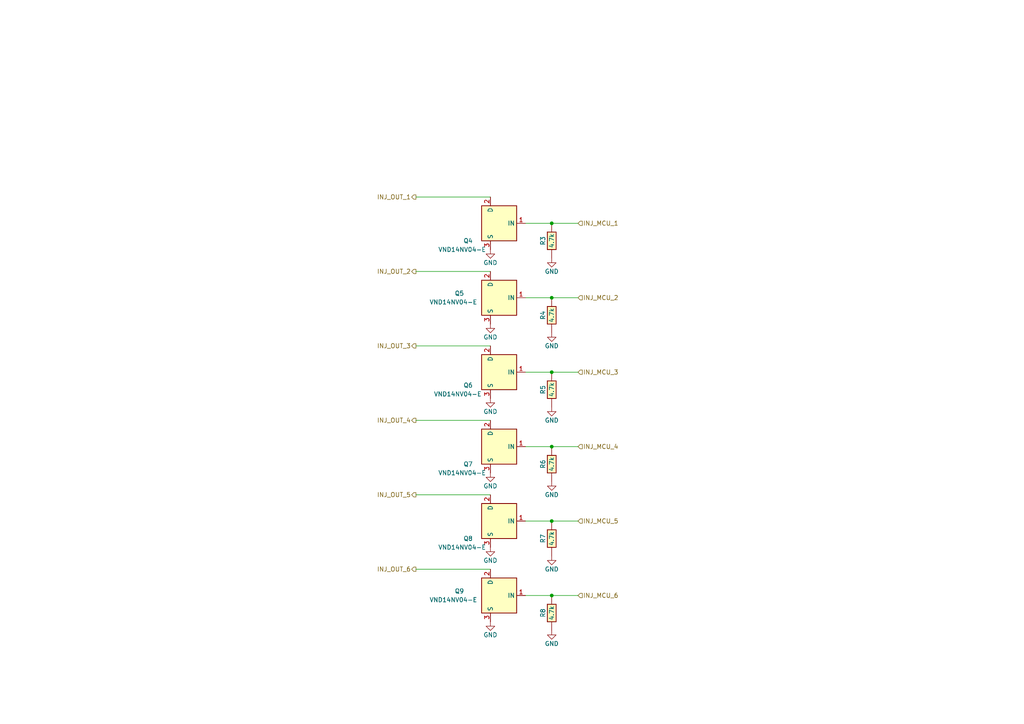
<source format=kicad_sch>
(kicad_sch
	(version 20231120)
	(generator "eeschema")
	(generator_version "8.0")
	(uuid "8de46b3e-57a9-4eea-992b-3b59748c130d")
	(paper "A4")
	(lib_symbols
		(symbol "Power_Management:AUIPS2041L"
			(exclude_from_sim no)
			(in_bom yes)
			(on_board yes)
			(property "Reference" "U"
				(at 3.81 1.27 0)
				(effects
					(font
						(size 1.27 1.27)
					)
					(justify left)
				)
			)
			(property "Value" "AUIPS2041L"
				(at 3.81 -1.27 0)
				(effects
					(font
						(size 1.27 1.27)
					)
					(justify left)
				)
			)
			(property "Footprint" "Package_TO_SOT_SMD:SOT-223-3_TabPin2"
				(at 0 0 0)
				(effects
					(font
						(size 1.27 1.27)
						(italic yes)
					)
					(hide yes)
				)
			)
			(property "Datasheet" "https://www.infineon.com/dgdl/Infineon-AUIPS2041-DS-v01_00-EN.pdf?fileId=5546d4625a888733015aae147a9d4c57"
				(at 0 0 0)
				(effects
					(font
						(size 1.27 1.27)
					)
					(hide yes)
				)
			)
			(property "Description" "Intelligent Power Low Side Switch, 68V, 5A, SOT-223"
				(at 0 0 0)
				(effects
					(font
						(size 1.27 1.27)
					)
					(hide yes)
				)
			)
			(property "ki_keywords" "low side switch"
				(at 0 0 0)
				(effects
					(font
						(size 1.27 1.27)
					)
					(hide yes)
				)
			)
			(property "ki_fp_filters" "SOT?223*"
				(at 0 0 0)
				(effects
					(font
						(size 1.27 1.27)
					)
					(hide yes)
				)
			)
			(symbol "AUIPS2041L_0_1"
				(rectangle
					(start -7.62 5.08)
					(end 2.54 -5.08)
					(stroke
						(width 0.254)
						(type default)
					)
					(fill
						(type background)
					)
				)
			)
			(symbol "AUIPS2041L_1_1"
				(pin input line
					(at -10.16 0 0)
					(length 2.54)
					(name "IN"
						(effects
							(font
								(size 1.27 1.27)
							)
						)
					)
					(number "1"
						(effects
							(font
								(size 1.27 1.27)
							)
						)
					)
				)
				(pin passive line
					(at 0 7.62 270)
					(length 2.54)
					(name "D"
						(effects
							(font
								(size 1.27 1.27)
							)
						)
					)
					(number "2"
						(effects
							(font
								(size 1.27 1.27)
							)
						)
					)
				)
				(pin power_in line
					(at 0 -7.62 90)
					(length 2.54)
					(name "S"
						(effects
							(font
								(size 1.27 1.27)
							)
						)
					)
					(number "3"
						(effects
							(font
								(size 1.27 1.27)
							)
						)
					)
				)
			)
		)
		(symbol "hellen-one-common:Res"
			(pin_numbers hide)
			(exclude_from_sim no)
			(in_bom yes)
			(on_board yes)
			(property "Reference" "R"
				(at 3.81 2.54 0)
				(effects
					(font
						(size 1.27 1.27)
					)
				)
			)
			(property "Value" "Res"
				(at 5.08 -2.54 0)
				(effects
					(font
						(size 1.27 1.27)
					)
				)
			)
			(property "Footprint" "hellen-one-common:R0603"
				(at 3.81 -3.81 0)
				(effects
					(font
						(size 1.27 1.27)
					)
					(hide yes)
				)
			)
			(property "Datasheet" ""
				(at 0 0 0)
				(effects
					(font
						(size 1.27 1.27)
					)
					(hide yes)
				)
			)
			(property "Description" "Resistor"
				(at 0 0 0)
				(effects
					(font
						(size 1.27 1.27)
					)
					(hide yes)
				)
			)
			(property "LCSC" ""
				(at 0 0 0)
				(effects
					(font
						(size 1.27 1.27)
					)
				)
			)
			(symbol "Res_1_0"
				(rectangle
					(start 2.54 -1.27)
					(end 7.62 1.27)
					(stroke
						(width 0.254)
						(type default)
					)
					(fill
						(type background)
					)
				)
				(pin passive line
					(at 0 0 0)
					(length 2.54)
					(name ""
						(effects
							(font
								(size 1.27 1.27)
							)
						)
					)
					(number "1"
						(effects
							(font
								(size 1.27 1.27)
							)
						)
					)
				)
				(pin passive line
					(at 10.16 0 180)
					(length 2.54)
					(name ""
						(effects
							(font
								(size 1.27 1.27)
							)
						)
					)
					(number "2"
						(effects
							(font
								(size 1.27 1.27)
							)
						)
					)
				)
			)
		)
		(symbol "power:GND"
			(power)
			(pin_names
				(offset 0)
			)
			(exclude_from_sim no)
			(in_bom yes)
			(on_board yes)
			(property "Reference" "#PWR"
				(at 0 -6.35 0)
				(effects
					(font
						(size 1.27 1.27)
					)
					(hide yes)
				)
			)
			(property "Value" "GND"
				(at 0 -3.81 0)
				(effects
					(font
						(size 1.27 1.27)
					)
				)
			)
			(property "Footprint" ""
				(at 0 0 0)
				(effects
					(font
						(size 1.27 1.27)
					)
					(hide yes)
				)
			)
			(property "Datasheet" ""
				(at 0 0 0)
				(effects
					(font
						(size 1.27 1.27)
					)
					(hide yes)
				)
			)
			(property "Description" "Power symbol creates a global label with name \"GND\" , ground"
				(at 0 0 0)
				(effects
					(font
						(size 1.27 1.27)
					)
					(hide yes)
				)
			)
			(property "ki_keywords" "global power"
				(at 0 0 0)
				(effects
					(font
						(size 1.27 1.27)
					)
					(hide yes)
				)
			)
			(symbol "GND_0_1"
				(polyline
					(pts
						(xy 0 0) (xy 0 -1.27) (xy 1.27 -1.27) (xy 0 -2.54) (xy -1.27 -1.27) (xy 0 -1.27)
					)
					(stroke
						(width 0)
						(type default)
					)
					(fill
						(type none)
					)
				)
			)
			(symbol "GND_1_1"
				(pin power_in line
					(at 0 0 270)
					(length 0) hide
					(name "GND"
						(effects
							(font
								(size 1.27 1.27)
							)
						)
					)
					(number "1"
						(effects
							(font
								(size 1.27 1.27)
							)
						)
					)
				)
			)
		)
	)
	(junction
		(at 160.02 129.54)
		(diameter 0)
		(color 0 0 0 0)
		(uuid "74ec03c9-2996-43b2-bdce-524f2c75c116")
	)
	(junction
		(at 160.02 172.72)
		(diameter 0)
		(color 0 0 0 0)
		(uuid "8150f4ec-8dc1-4835-9661-73cffc670937")
	)
	(junction
		(at 160.02 151.13)
		(diameter 0)
		(color 0 0 0 0)
		(uuid "92b6958d-1cbd-4c4e-a42a-bbf49ecd83ee")
	)
	(junction
		(at 160.02 64.77)
		(diameter 0)
		(color 0 0 0 0)
		(uuid "986e9a1d-f8c6-44b7-ad35-744aabee3e60")
	)
	(junction
		(at 160.02 86.36)
		(diameter 0)
		(color 0 0 0 0)
		(uuid "ad4fc2a8-c442-4a18-8e7f-a8fb9e5506bd")
	)
	(junction
		(at 160.02 107.95)
		(diameter 0)
		(color 0 0 0 0)
		(uuid "d6144f9d-3da6-47e2-8120-4d224e8f0e9d")
	)
	(wire
		(pts
			(xy 167.64 64.77) (xy 160.02 64.77)
		)
		(stroke
			(width 0)
			(type default)
		)
		(uuid "0c0dde20-8070-421c-8133-52d9c60ee628")
	)
	(wire
		(pts
			(xy 120.65 78.74) (xy 142.24 78.74)
		)
		(stroke
			(width 0)
			(type default)
		)
		(uuid "0e15d902-f5dc-4b57-b09c-9ebd62ab64a9")
	)
	(wire
		(pts
			(xy 160.02 86.36) (xy 152.4 86.36)
		)
		(stroke
			(width 0)
			(type default)
		)
		(uuid "17766bc8-7529-4c96-81a4-fb078ebab26a")
	)
	(wire
		(pts
			(xy 120.65 57.15) (xy 142.24 57.15)
		)
		(stroke
			(width 0)
			(type default)
		)
		(uuid "35287fb8-c305-45a5-833a-4870d39245f3")
	)
	(wire
		(pts
			(xy 120.65 143.51) (xy 142.24 143.51)
		)
		(stroke
			(width 0)
			(type default)
		)
		(uuid "5137b70a-c896-4b20-81f9-afca75321e3c")
	)
	(wire
		(pts
			(xy 167.64 151.13) (xy 160.02 151.13)
		)
		(stroke
			(width 0)
			(type default)
		)
		(uuid "5beb9d5a-9aa9-43f9-b932-4968748dff98")
	)
	(wire
		(pts
			(xy 120.65 121.92) (xy 142.24 121.92)
		)
		(stroke
			(width 0)
			(type default)
		)
		(uuid "5d688920-1a29-4c9e-95bb-538a5e5b2579")
	)
	(wire
		(pts
			(xy 160.02 172.72) (xy 152.4 172.72)
		)
		(stroke
			(width 0)
			(type default)
		)
		(uuid "62a56f36-955c-4795-ad0a-a908b8daccc3")
	)
	(wire
		(pts
			(xy 120.65 100.33) (xy 142.24 100.33)
		)
		(stroke
			(width 0)
			(type default)
		)
		(uuid "64a94bc0-b972-41d2-8e24-47f53982518a")
	)
	(wire
		(pts
			(xy 167.64 86.36) (xy 160.02 86.36)
		)
		(stroke
			(width 0)
			(type default)
		)
		(uuid "74920c22-eb7e-451b-a838-234188e3649a")
	)
	(wire
		(pts
			(xy 167.64 107.95) (xy 160.02 107.95)
		)
		(stroke
			(width 0)
			(type default)
		)
		(uuid "7b2c12f9-4417-415f-817a-411e72f2f24c")
	)
	(wire
		(pts
			(xy 160.02 129.54) (xy 152.4 129.54)
		)
		(stroke
			(width 0)
			(type default)
		)
		(uuid "7cce549a-9a9d-46f3-958e-1405d844f562")
	)
	(wire
		(pts
			(xy 160.02 107.95) (xy 152.4 107.95)
		)
		(stroke
			(width 0)
			(type default)
		)
		(uuid "8a4c07c2-03a9-4687-b39b-1e6ba69c8bcf")
	)
	(wire
		(pts
			(xy 167.64 129.54) (xy 160.02 129.54)
		)
		(stroke
			(width 0)
			(type default)
		)
		(uuid "94ebafca-c5cf-41a1-9e70-79f4b4aeeb46")
	)
	(wire
		(pts
			(xy 120.65 165.1) (xy 142.24 165.1)
		)
		(stroke
			(width 0)
			(type default)
		)
		(uuid "9b1addb6-9992-4fa0-b91c-16e2ed0128ff")
	)
	(wire
		(pts
			(xy 160.02 151.13) (xy 152.4 151.13)
		)
		(stroke
			(width 0)
			(type default)
		)
		(uuid "adf95d63-ff62-4367-bd0f-d6eab1962ee5")
	)
	(wire
		(pts
			(xy 160.02 64.77) (xy 152.4 64.77)
		)
		(stroke
			(width 0)
			(type default)
		)
		(uuid "b0f3238f-ce8b-48d1-850c-54c00b2c561f")
	)
	(wire
		(pts
			(xy 167.64 172.72) (xy 160.02 172.72)
		)
		(stroke
			(width 0)
			(type default)
		)
		(uuid "bf1c3d62-45f8-4c04-8781-2b1560ee98ab")
	)
	(hierarchical_label "INJ_MCU_2"
		(shape input)
		(at 167.64 86.36 0)
		(fields_autoplaced yes)
		(effects
			(font
				(size 1.27 1.27)
			)
			(justify left)
		)
		(uuid "1a141473-7bcb-4afa-b2c7-5a435b7a3315")
	)
	(hierarchical_label "INJ_OUT_6"
		(shape output)
		(at 120.65 165.1 180)
		(fields_autoplaced yes)
		(effects
			(font
				(size 1.27 1.27)
			)
			(justify right)
		)
		(uuid "3b8eb9f6-bb7c-42ff-a95e-ed8cde70c852")
	)
	(hierarchical_label "INJ_OUT_1"
		(shape output)
		(at 120.65 57.15 180)
		(fields_autoplaced yes)
		(effects
			(font
				(size 1.27 1.27)
			)
			(justify right)
		)
		(uuid "5028464f-370a-4ba4-a65b-cac9a33d4e05")
	)
	(hierarchical_label "INJ_MCU_3"
		(shape input)
		(at 167.64 107.95 0)
		(fields_autoplaced yes)
		(effects
			(font
				(size 1.27 1.27)
			)
			(justify left)
		)
		(uuid "71f319f3-c955-405b-a8ed-acca84aff911")
	)
	(hierarchical_label "INJ_OUT_5"
		(shape output)
		(at 120.65 143.51 180)
		(fields_autoplaced yes)
		(effects
			(font
				(size 1.27 1.27)
			)
			(justify right)
		)
		(uuid "769f9431-08a0-4263-be82-9429cb89bb02")
	)
	(hierarchical_label "INJ_OUT_4"
		(shape output)
		(at 120.65 121.92 180)
		(fields_autoplaced yes)
		(effects
			(font
				(size 1.27 1.27)
			)
			(justify right)
		)
		(uuid "8fcfd4d2-de76-4240-952c-e5ceb126928f")
	)
	(hierarchical_label "INJ_OUT_2"
		(shape output)
		(at 120.65 78.74 180)
		(fields_autoplaced yes)
		(effects
			(font
				(size 1.27 1.27)
			)
			(justify right)
		)
		(uuid "9468f19b-18c4-46d4-b332-c543bc9634eb")
	)
	(hierarchical_label "INJ_MCU_1"
		(shape input)
		(at 167.64 64.77 0)
		(fields_autoplaced yes)
		(effects
			(font
				(size 1.27 1.27)
			)
			(justify left)
		)
		(uuid "9b73e539-9113-4f8f-892c-596bacbb2e4a")
	)
	(hierarchical_label "INJ_MCU_5"
		(shape input)
		(at 167.64 151.13 0)
		(fields_autoplaced yes)
		(effects
			(font
				(size 1.27 1.27)
			)
			(justify left)
		)
		(uuid "bd5fcc8f-9892-4ef2-a18d-c68e50831cab")
	)
	(hierarchical_label "INJ_OUT_3"
		(shape output)
		(at 120.65 100.33 180)
		(fields_autoplaced yes)
		(effects
			(font
				(size 1.27 1.27)
			)
			(justify right)
		)
		(uuid "e16b1ab4-8b87-4951-9fc8-21fc0128bf93")
	)
	(hierarchical_label "INJ_MCU_4"
		(shape input)
		(at 167.64 129.54 0)
		(fields_autoplaced yes)
		(effects
			(font
				(size 1.27 1.27)
			)
			(justify left)
		)
		(uuid "f55aee73-1d20-41dc-97dd-1dfec9d24d9b")
	)
	(hierarchical_label "INJ_MCU_6"
		(shape input)
		(at 167.64 172.72 0)
		(fields_autoplaced yes)
		(effects
			(font
				(size 1.27 1.27)
			)
			(justify left)
		)
		(uuid "fae479e4-7c90-4e71-9258-b21dc122ded7")
	)
	(symbol
		(lib_id "power:GND")
		(at 142.24 137.16 0)
		(mirror y)
		(unit 1)
		(exclude_from_sim no)
		(in_bom yes)
		(on_board yes)
		(dnp no)
		(uuid "0f51e1ce-95cb-40c0-a91d-8aa28d8341b8")
		(property "Reference" "#PWR021"
			(at 142.24 143.51 0)
			(effects
				(font
					(size 1.27 1.27)
				)
				(hide yes)
			)
		)
		(property "Value" "GND"
			(at 142.24 140.97 0)
			(effects
				(font
					(size 1.27 1.27)
				)
			)
		)
		(property "Footprint" ""
			(at 142.24 137.16 0)
			(effects
				(font
					(size 1.27 1.27)
				)
				(hide yes)
			)
		)
		(property "Datasheet" ""
			(at 142.24 137.16 0)
			(effects
				(font
					(size 1.27 1.27)
				)
				(hide yes)
			)
		)
		(property "Description" ""
			(at 142.24 137.16 0)
			(effects
				(font
					(size 1.27 1.27)
				)
				(hide yes)
			)
		)
		(pin "1"
			(uuid "12879e9c-1e13-4188-8424-d3f725fa5c26")
		)
		(instances
			(project "Z31HELLEN"
				(path "/b506e640-3a9c-47d7-91fd-18e11bf19b9e/a0b61ee0-8bc4-4194-8249-f3c3ea02b953"
					(reference "#PWR021")
					(unit 1)
				)
			)
		)
	)
	(symbol
		(lib_id "Power_Management:AUIPS2041L")
		(at 142.24 151.13 0)
		(mirror y)
		(unit 1)
		(exclude_from_sim no)
		(in_bom yes)
		(on_board yes)
		(dnp no)
		(uuid "23fb5307-ccc8-4345-b9c5-90d7a80ef334")
		(property "Reference" "Q8"
			(at 137.16 156.21 0)
			(effects
				(font
					(size 1.27 1.27)
				)
				(justify left)
			)
		)
		(property "Value" "VND14NV04-E"
			(at 140.97 158.75 0)
			(effects
				(font
					(size 1.27 1.27)
				)
				(justify left)
			)
		)
		(property "Footprint" "VND14NV04-E:DPAK"
			(at 142.24 151.13 0)
			(effects
				(font
					(size 1.27 1.27)
					(italic yes)
				)
				(hide yes)
			)
		)
		(property "Datasheet" "https://www.infineon.com/dgdl/Infineon-AUIPS2041-DS-v01_00-EN.pdf?fileId=5546d4625a888733015aae147a9d4c57"
			(at 142.24 151.13 0)
			(effects
				(font
					(size 1.27 1.27)
				)
				(hide yes)
			)
		)
		(property "Description" ""
			(at 142.24 151.13 0)
			(effects
				(font
					(size 1.27 1.27)
				)
				(hide yes)
			)
		)
		(property "LCSC" "C155647"
			(at 142.24 151.13 0)
			(effects
				(font
					(size 1.27 1.27)
				)
				(hide yes)
			)
		)
		(pin "1"
			(uuid "70db5b5c-3559-40c6-b474-38779601a400")
		)
		(pin "2"
			(uuid "55494fa8-b2e4-4a9c-b6a5-4edc294b1fd9")
		)
		(pin "3"
			(uuid "d84a15c5-a2d4-4ddd-ada0-15a13a70783c")
		)
		(instances
			(project "Z31HELLEN"
				(path "/b506e640-3a9c-47d7-91fd-18e11bf19b9e/a0b61ee0-8bc4-4194-8249-f3c3ea02b953"
					(reference "Q8")
					(unit 1)
				)
			)
		)
	)
	(symbol
		(lib_id "power:GND")
		(at 160.02 96.52 0)
		(mirror y)
		(unit 1)
		(exclude_from_sim no)
		(in_bom yes)
		(on_board yes)
		(dnp no)
		(uuid "2846b16c-dfe1-45b9-ae68-43fd0a4cb422")
		(property "Reference" "#PWR023"
			(at 160.02 102.87 0)
			(effects
				(font
					(size 1.27 1.27)
				)
				(hide yes)
			)
		)
		(property "Value" "GND"
			(at 160.02 100.33 0)
			(effects
				(font
					(size 1.27 1.27)
				)
			)
		)
		(property "Footprint" ""
			(at 160.02 96.52 0)
			(effects
				(font
					(size 1.27 1.27)
				)
				(hide yes)
			)
		)
		(property "Datasheet" ""
			(at 160.02 96.52 0)
			(effects
				(font
					(size 1.27 1.27)
				)
				(hide yes)
			)
		)
		(property "Description" ""
			(at 160.02 96.52 0)
			(effects
				(font
					(size 1.27 1.27)
				)
				(hide yes)
			)
		)
		(pin "1"
			(uuid "671c2e7f-551b-426c-acce-29243e331693")
		)
		(instances
			(project "Z31HELLEN"
				(path "/b506e640-3a9c-47d7-91fd-18e11bf19b9e/a0b61ee0-8bc4-4194-8249-f3c3ea02b953"
					(reference "#PWR023")
					(unit 1)
				)
			)
		)
	)
	(symbol
		(lib_id "power:GND")
		(at 160.02 161.29 0)
		(mirror y)
		(unit 1)
		(exclude_from_sim no)
		(in_bom yes)
		(on_board yes)
		(dnp no)
		(uuid "33dd3d2e-3ce0-492b-a8ef-a79ea12e0d1b")
		(property "Reference" "#PWR040"
			(at 160.02 167.64 0)
			(effects
				(font
					(size 1.27 1.27)
				)
				(hide yes)
			)
		)
		(property "Value" "GND"
			(at 160.02 165.1 0)
			(effects
				(font
					(size 1.27 1.27)
				)
			)
		)
		(property "Footprint" ""
			(at 160.02 161.29 0)
			(effects
				(font
					(size 1.27 1.27)
				)
				(hide yes)
			)
		)
		(property "Datasheet" ""
			(at 160.02 161.29 0)
			(effects
				(font
					(size 1.27 1.27)
				)
				(hide yes)
			)
		)
		(property "Description" ""
			(at 160.02 161.29 0)
			(effects
				(font
					(size 1.27 1.27)
				)
				(hide yes)
			)
		)
		(pin "1"
			(uuid "cd8d22de-de24-41ad-bd1a-e508b88dabb3")
		)
		(instances
			(project "Z31HELLEN"
				(path "/b506e640-3a9c-47d7-91fd-18e11bf19b9e/a0b61ee0-8bc4-4194-8249-f3c3ea02b953"
					(reference "#PWR040")
					(unit 1)
				)
			)
		)
	)
	(symbol
		(lib_id "hellen-one-common:Res")
		(at 160.02 64.77 270)
		(unit 1)
		(exclude_from_sim no)
		(in_bom yes)
		(on_board yes)
		(dnp no)
		(uuid "3d63b280-865a-4962-943a-45b7363f5c81")
		(property "Reference" "R3"
			(at 157.48 69.85 0)
			(effects
				(font
					(size 1.27 1.27)
				)
			)
		)
		(property "Value" "4.7k"
			(at 160.02 69.85 0)
			(effects
				(font
					(size 1.27 1.27)
				)
			)
		)
		(property "Footprint" "hellen-one-common:R0603"
			(at 156.21 68.58 0)
			(effects
				(font
					(size 1.27 1.27)
				)
				(hide yes)
			)
		)
		(property "Datasheet" ""
			(at 160.02 64.77 0)
			(effects
				(font
					(size 1.27 1.27)
				)
				(hide yes)
			)
		)
		(property "Description" ""
			(at 160.02 64.77 0)
			(effects
				(font
					(size 1.27 1.27)
				)
				(hide yes)
			)
		)
		(property "LCSC" "C23162"
			(at 160.02 64.77 0)
			(effects
				(font
					(size 1.27 1.27)
				)
				(hide yes)
			)
		)
		(pin "1"
			(uuid "27f13679-837c-48cc-86c8-98249b8de947")
		)
		(pin "2"
			(uuid "23e594f4-832d-4a31-b716-a9a669110221")
		)
		(instances
			(project "Z31HELLEN"
				(path "/b506e640-3a9c-47d7-91fd-18e11bf19b9e/a0b61ee0-8bc4-4194-8249-f3c3ea02b953"
					(reference "R3")
					(unit 1)
				)
			)
		)
	)
	(symbol
		(lib_id "power:GND")
		(at 142.24 93.98 0)
		(mirror y)
		(unit 1)
		(exclude_from_sim no)
		(in_bom yes)
		(on_board yes)
		(dnp no)
		(uuid "3f0b1550-684f-49e2-9dff-78a6aa6b7179")
		(property "Reference" "#PWR019"
			(at 142.24 100.33 0)
			(effects
				(font
					(size 1.27 1.27)
				)
				(hide yes)
			)
		)
		(property "Value" "GND"
			(at 142.24 97.79 0)
			(effects
				(font
					(size 1.27 1.27)
				)
			)
		)
		(property "Footprint" ""
			(at 142.24 93.98 0)
			(effects
				(font
					(size 1.27 1.27)
				)
				(hide yes)
			)
		)
		(property "Datasheet" ""
			(at 142.24 93.98 0)
			(effects
				(font
					(size 1.27 1.27)
				)
				(hide yes)
			)
		)
		(property "Description" ""
			(at 142.24 93.98 0)
			(effects
				(font
					(size 1.27 1.27)
				)
				(hide yes)
			)
		)
		(pin "1"
			(uuid "2db636f5-c14b-4550-8dbe-afd036394f77")
		)
		(instances
			(project "Z31HELLEN"
				(path "/b506e640-3a9c-47d7-91fd-18e11bf19b9e/a0b61ee0-8bc4-4194-8249-f3c3ea02b953"
					(reference "#PWR019")
					(unit 1)
				)
			)
		)
	)
	(symbol
		(lib_id "hellen-one-common:Res")
		(at 160.02 151.13 270)
		(unit 1)
		(exclude_from_sim no)
		(in_bom yes)
		(on_board yes)
		(dnp no)
		(uuid "4c90fffc-649b-4047-8efe-f57b07401e51")
		(property "Reference" "R7"
			(at 157.48 156.21 0)
			(effects
				(font
					(size 1.27 1.27)
				)
			)
		)
		(property "Value" "4.7k"
			(at 160.02 156.21 0)
			(effects
				(font
					(size 1.27 1.27)
				)
			)
		)
		(property "Footprint" "hellen-one-common:R0603"
			(at 156.21 154.94 0)
			(effects
				(font
					(size 1.27 1.27)
				)
				(hide yes)
			)
		)
		(property "Datasheet" ""
			(at 160.02 151.13 0)
			(effects
				(font
					(size 1.27 1.27)
				)
				(hide yes)
			)
		)
		(property "Description" ""
			(at 160.02 151.13 0)
			(effects
				(font
					(size 1.27 1.27)
				)
				(hide yes)
			)
		)
		(property "LCSC" "C23162"
			(at 160.02 151.13 0)
			(effects
				(font
					(size 1.27 1.27)
				)
				(hide yes)
			)
		)
		(pin "1"
			(uuid "9996af70-a0d7-4e09-ab93-739eccf8c19a")
		)
		(pin "2"
			(uuid "2ba5fa50-938a-4053-b54b-6bca41733294")
		)
		(instances
			(project "Z31HELLEN"
				(path "/b506e640-3a9c-47d7-91fd-18e11bf19b9e/a0b61ee0-8bc4-4194-8249-f3c3ea02b953"
					(reference "R7")
					(unit 1)
				)
			)
		)
	)
	(symbol
		(lib_id "Power_Management:AUIPS2041L")
		(at 142.24 86.36 0)
		(mirror y)
		(unit 1)
		(exclude_from_sim no)
		(in_bom yes)
		(on_board yes)
		(dnp no)
		(uuid "58991b83-7252-4c28-baff-cf30dfa4df9f")
		(property "Reference" "Q5"
			(at 134.62 85.09 0)
			(effects
				(font
					(size 1.27 1.27)
				)
				(justify left)
			)
		)
		(property "Value" "VND14NV04-E"
			(at 138.43 87.63 0)
			(effects
				(font
					(size 1.27 1.27)
				)
				(justify left)
			)
		)
		(property "Footprint" "VND14NV04-E:DPAK"
			(at 142.24 86.36 0)
			(effects
				(font
					(size 1.27 1.27)
					(italic yes)
				)
				(hide yes)
			)
		)
		(property "Datasheet" "https://www.infineon.com/dgdl/Infineon-AUIPS2041-DS-v01_00-EN.pdf?fileId=5546d4625a888733015aae147a9d4c57"
			(at 142.24 86.36 0)
			(effects
				(font
					(size 1.27 1.27)
				)
				(hide yes)
			)
		)
		(property "Description" ""
			(at 142.24 86.36 0)
			(effects
				(font
					(size 1.27 1.27)
				)
				(hide yes)
			)
		)
		(property "LCSC" " C155647"
			(at 142.24 86.36 0)
			(effects
				(font
					(size 1.27 1.27)
				)
				(hide yes)
			)
		)
		(pin "1"
			(uuid "77c8b82e-ddbd-4996-b03a-48bc3d562017")
		)
		(pin "2"
			(uuid "0624e286-0d99-4903-a6f7-6fa715daeb7f")
		)
		(pin "3"
			(uuid "5bdc4743-78c2-4fee-9592-03c0196aea56")
		)
		(instances
			(project "Z31HELLEN"
				(path "/b506e640-3a9c-47d7-91fd-18e11bf19b9e/a0b61ee0-8bc4-4194-8249-f3c3ea02b953"
					(reference "Q5")
					(unit 1)
				)
			)
		)
	)
	(symbol
		(lib_id "power:GND")
		(at 142.24 180.34 0)
		(mirror y)
		(unit 1)
		(exclude_from_sim no)
		(in_bom yes)
		(on_board yes)
		(dnp no)
		(uuid "5b4675d9-00cf-4a44-8f7a-f7ecf9eb0538")
		(property "Reference" "#PWR039"
			(at 142.24 186.69 0)
			(effects
				(font
					(size 1.27 1.27)
				)
				(hide yes)
			)
		)
		(property "Value" "GND"
			(at 142.24 184.15 0)
			(effects
				(font
					(size 1.27 1.27)
				)
			)
		)
		(property "Footprint" ""
			(at 142.24 180.34 0)
			(effects
				(font
					(size 1.27 1.27)
				)
				(hide yes)
			)
		)
		(property "Datasheet" ""
			(at 142.24 180.34 0)
			(effects
				(font
					(size 1.27 1.27)
				)
				(hide yes)
			)
		)
		(property "Description" ""
			(at 142.24 180.34 0)
			(effects
				(font
					(size 1.27 1.27)
				)
				(hide yes)
			)
		)
		(pin "1"
			(uuid "bcf41b4d-ac60-4867-9f28-79886f22f717")
		)
		(instances
			(project "Z31HELLEN"
				(path "/b506e640-3a9c-47d7-91fd-18e11bf19b9e/a0b61ee0-8bc4-4194-8249-f3c3ea02b953"
					(reference "#PWR039")
					(unit 1)
				)
			)
		)
	)
	(symbol
		(lib_id "Power_Management:AUIPS2041L")
		(at 142.24 172.72 0)
		(mirror y)
		(unit 1)
		(exclude_from_sim no)
		(in_bom yes)
		(on_board yes)
		(dnp no)
		(uuid "5c5e4d91-5bbf-40a4-b5cb-10e7726802aa")
		(property "Reference" "Q9"
			(at 134.62 171.45 0)
			(effects
				(font
					(size 1.27 1.27)
				)
				(justify left)
			)
		)
		(property "Value" "VND14NV04-E"
			(at 138.43 173.99 0)
			(effects
				(font
					(size 1.27 1.27)
				)
				(justify left)
			)
		)
		(property "Footprint" "VND14NV04-E:DPAK"
			(at 142.24 172.72 0)
			(effects
				(font
					(size 1.27 1.27)
					(italic yes)
				)
				(hide yes)
			)
		)
		(property "Datasheet" "https://www.infineon.com/dgdl/Infineon-AUIPS2041-DS-v01_00-EN.pdf?fileId=5546d4625a888733015aae147a9d4c57"
			(at 142.24 172.72 0)
			(effects
				(font
					(size 1.27 1.27)
				)
				(hide yes)
			)
		)
		(property "Description" ""
			(at 142.24 172.72 0)
			(effects
				(font
					(size 1.27 1.27)
				)
				(hide yes)
			)
		)
		(property "LCSC" " C155647"
			(at 142.24 172.72 0)
			(effects
				(font
					(size 1.27 1.27)
				)
				(hide yes)
			)
		)
		(pin "1"
			(uuid "0a2e7553-9d4f-4f55-8a03-18d596136cb7")
		)
		(pin "2"
			(uuid "1614c0b8-c7c6-433a-b4c2-fb44922db6cd")
		)
		(pin "3"
			(uuid "2c766bba-d294-4bf9-8c96-eda0e0a4f8d5")
		)
		(instances
			(project "Z31HELLEN"
				(path "/b506e640-3a9c-47d7-91fd-18e11bf19b9e/a0b61ee0-8bc4-4194-8249-f3c3ea02b953"
					(reference "Q9")
					(unit 1)
				)
			)
		)
	)
	(symbol
		(lib_id "Power_Management:AUIPS2041L")
		(at 142.24 107.95 0)
		(mirror y)
		(unit 1)
		(exclude_from_sim no)
		(in_bom yes)
		(on_board yes)
		(dnp no)
		(uuid "6a8ff002-f142-4674-a61e-2a07bde8f6fd")
		(property "Reference" "Q6"
			(at 137.16 111.76 0)
			(effects
				(font
					(size 1.27 1.27)
				)
				(justify left)
			)
		)
		(property "Value" "VND14NV04-E"
			(at 139.7 114.3 0)
			(effects
				(font
					(size 1.27 1.27)
				)
				(justify left)
			)
		)
		(property "Footprint" "VND14NV04-E:DPAK"
			(at 142.24 107.95 0)
			(effects
				(font
					(size 1.27 1.27)
					(italic yes)
				)
				(hide yes)
			)
		)
		(property "Datasheet" "https://www.infineon.com/dgdl/Infineon-AUIPS2041-DS-v01_00-EN.pdf?fileId=5546d4625a888733015aae147a9d4c57"
			(at 142.24 107.95 0)
			(effects
				(font
					(size 1.27 1.27)
				)
				(hide yes)
			)
		)
		(property "Description" ""
			(at 142.24 107.95 0)
			(effects
				(font
					(size 1.27 1.27)
				)
				(hide yes)
			)
		)
		(property "LCSC" "C155647"
			(at 142.24 107.95 0)
			(effects
				(font
					(size 1.27 1.27)
				)
				(hide yes)
			)
		)
		(pin "1"
			(uuid "06c2db39-369c-4ebb-b033-829339690bf1")
		)
		(pin "2"
			(uuid "a02e8080-af9c-4357-bc7a-7ed36ed74e45")
		)
		(pin "3"
			(uuid "0cefa6a4-6d1a-4db6-8cb4-36ddd253a5b2")
		)
		(instances
			(project "Z31HELLEN"
				(path "/b506e640-3a9c-47d7-91fd-18e11bf19b9e/a0b61ee0-8bc4-4194-8249-f3c3ea02b953"
					(reference "Q6")
					(unit 1)
				)
			)
		)
	)
	(symbol
		(lib_id "Power_Management:AUIPS2041L")
		(at 142.24 129.54 0)
		(mirror y)
		(unit 1)
		(exclude_from_sim no)
		(in_bom yes)
		(on_board yes)
		(dnp no)
		(uuid "764a2836-cefd-4d88-8cac-658b68b2756a")
		(property "Reference" "Q7"
			(at 137.16 134.62 0)
			(effects
				(font
					(size 1.27 1.27)
				)
				(justify left)
			)
		)
		(property "Value" "VND14NV04-E"
			(at 140.97 137.16 0)
			(effects
				(font
					(size 1.27 1.27)
				)
				(justify left)
			)
		)
		(property "Footprint" "VND14NV04-E:DPAK"
			(at 142.24 129.54 0)
			(effects
				(font
					(size 1.27 1.27)
					(italic yes)
				)
				(hide yes)
			)
		)
		(property "Datasheet" "https://www.infineon.com/dgdl/Infineon-AUIPS2041-DS-v01_00-EN.pdf?fileId=5546d4625a888733015aae147a9d4c57"
			(at 142.24 129.54 0)
			(effects
				(font
					(size 1.27 1.27)
				)
				(hide yes)
			)
		)
		(property "Description" ""
			(at 142.24 129.54 0)
			(effects
				(font
					(size 1.27 1.27)
				)
				(hide yes)
			)
		)
		(property "LCSC" "C155647"
			(at 142.24 129.54 0)
			(effects
				(font
					(size 1.27 1.27)
				)
				(hide yes)
			)
		)
		(pin "1"
			(uuid "54b93b5c-44e4-4564-a1fc-6d575841faa5")
		)
		(pin "2"
			(uuid "cfc626cd-0d19-4afd-8bb2-8348fae54786")
		)
		(pin "3"
			(uuid "b8daaa23-cf6a-4892-a32c-b731de9ac398")
		)
		(instances
			(project "Z31HELLEN"
				(path "/b506e640-3a9c-47d7-91fd-18e11bf19b9e/a0b61ee0-8bc4-4194-8249-f3c3ea02b953"
					(reference "Q7")
					(unit 1)
				)
			)
		)
	)
	(symbol
		(lib_id "power:GND")
		(at 160.02 139.7 0)
		(mirror y)
		(unit 1)
		(exclude_from_sim no)
		(in_bom yes)
		(on_board yes)
		(dnp no)
		(uuid "7d08d366-9956-48f5-88d1-12726cf2129f")
		(property "Reference" "#PWR025"
			(at 160.02 146.05 0)
			(effects
				(font
					(size 1.27 1.27)
				)
				(hide yes)
			)
		)
		(property "Value" "GND"
			(at 160.02 143.51 0)
			(effects
				(font
					(size 1.27 1.27)
				)
			)
		)
		(property "Footprint" ""
			(at 160.02 139.7 0)
			(effects
				(font
					(size 1.27 1.27)
				)
				(hide yes)
			)
		)
		(property "Datasheet" ""
			(at 160.02 139.7 0)
			(effects
				(font
					(size 1.27 1.27)
				)
				(hide yes)
			)
		)
		(property "Description" ""
			(at 160.02 139.7 0)
			(effects
				(font
					(size 1.27 1.27)
				)
				(hide yes)
			)
		)
		(pin "1"
			(uuid "6f2f5673-ee7f-4433-83a2-5e737e565a4a")
		)
		(instances
			(project "Z31HELLEN"
				(path "/b506e640-3a9c-47d7-91fd-18e11bf19b9e/a0b61ee0-8bc4-4194-8249-f3c3ea02b953"
					(reference "#PWR025")
					(unit 1)
				)
			)
		)
	)
	(symbol
		(lib_id "power:GND")
		(at 142.24 115.57 0)
		(mirror y)
		(unit 1)
		(exclude_from_sim no)
		(in_bom yes)
		(on_board yes)
		(dnp no)
		(uuid "83a9d932-8dd1-454e-98ab-e63440cc7135")
		(property "Reference" "#PWR020"
			(at 142.24 121.92 0)
			(effects
				(font
					(size 1.27 1.27)
				)
				(hide yes)
			)
		)
		(property "Value" "GND"
			(at 142.24 119.38 0)
			(effects
				(font
					(size 1.27 1.27)
				)
			)
		)
		(property "Footprint" ""
			(at 142.24 115.57 0)
			(effects
				(font
					(size 1.27 1.27)
				)
				(hide yes)
			)
		)
		(property "Datasheet" ""
			(at 142.24 115.57 0)
			(effects
				(font
					(size 1.27 1.27)
				)
				(hide yes)
			)
		)
		(property "Description" ""
			(at 142.24 115.57 0)
			(effects
				(font
					(size 1.27 1.27)
				)
				(hide yes)
			)
		)
		(pin "1"
			(uuid "baf424f0-d932-4db4-b725-7e250dc5c463")
		)
		(instances
			(project "Z31HELLEN"
				(path "/b506e640-3a9c-47d7-91fd-18e11bf19b9e/a0b61ee0-8bc4-4194-8249-f3c3ea02b953"
					(reference "#PWR020")
					(unit 1)
				)
			)
		)
	)
	(symbol
		(lib_id "Power_Management:AUIPS2041L")
		(at 142.24 64.77 0)
		(mirror y)
		(unit 1)
		(exclude_from_sim no)
		(in_bom yes)
		(on_board yes)
		(dnp no)
		(uuid "878e13e8-8bfb-4192-85ab-ebfd24a16441")
		(property "Reference" "Q4"
			(at 137.16 69.85 0)
			(effects
				(font
					(size 1.27 1.27)
				)
				(justify left)
			)
		)
		(property "Value" "VND14NV04-E"
			(at 140.97 72.39 0)
			(effects
				(font
					(size 1.27 1.27)
				)
				(justify left)
			)
		)
		(property "Footprint" "VND14NV04-E:DPAK"
			(at 142.24 64.77 0)
			(effects
				(font
					(size 1.27 1.27)
					(italic yes)
				)
				(hide yes)
			)
		)
		(property "Datasheet" "https://www.infineon.com/dgdl/Infineon-AUIPS2041-DS-v01_00-EN.pdf?fileId=5546d4625a888733015aae147a9d4c57"
			(at 142.24 64.77 0)
			(effects
				(font
					(size 1.27 1.27)
				)
				(hide yes)
			)
		)
		(property "Description" ""
			(at 142.24 64.77 0)
			(effects
				(font
					(size 1.27 1.27)
				)
				(hide yes)
			)
		)
		(property "LCSC" "C155647"
			(at 142.24 64.77 0)
			(effects
				(font
					(size 1.27 1.27)
				)
				(hide yes)
			)
		)
		(pin "1"
			(uuid "ad807128-da7e-4952-b34f-23aff4d0e3a8")
		)
		(pin "2"
			(uuid "92d7394f-46ce-4415-874b-3f5b32569f47")
		)
		(pin "3"
			(uuid "2394f6e7-ff2d-4fa6-87d9-4f5c80db2dd6")
		)
		(instances
			(project "Z31HELLEN"
				(path "/b506e640-3a9c-47d7-91fd-18e11bf19b9e/a0b61ee0-8bc4-4194-8249-f3c3ea02b953"
					(reference "Q4")
					(unit 1)
				)
			)
		)
	)
	(symbol
		(lib_id "power:GND")
		(at 160.02 74.93 0)
		(mirror y)
		(unit 1)
		(exclude_from_sim no)
		(in_bom yes)
		(on_board yes)
		(dnp no)
		(uuid "b7075f8d-67dc-4d98-8fc5-dfd98e3b9feb")
		(property "Reference" "#PWR022"
			(at 160.02 81.28 0)
			(effects
				(font
					(size 1.27 1.27)
				)
				(hide yes)
			)
		)
		(property "Value" "GND"
			(at 160.02 78.74 0)
			(effects
				(font
					(size 1.27 1.27)
				)
			)
		)
		(property "Footprint" ""
			(at 160.02 74.93 0)
			(effects
				(font
					(size 1.27 1.27)
				)
				(hide yes)
			)
		)
		(property "Datasheet" ""
			(at 160.02 74.93 0)
			(effects
				(font
					(size 1.27 1.27)
				)
				(hide yes)
			)
		)
		(property "Description" ""
			(at 160.02 74.93 0)
			(effects
				(font
					(size 1.27 1.27)
				)
				(hide yes)
			)
		)
		(pin "1"
			(uuid "df14974c-3052-4ac3-8e84-cb7115bd6564")
		)
		(instances
			(project "Z31HELLEN"
				(path "/b506e640-3a9c-47d7-91fd-18e11bf19b9e/a0b61ee0-8bc4-4194-8249-f3c3ea02b953"
					(reference "#PWR022")
					(unit 1)
				)
			)
		)
	)
	(symbol
		(lib_id "power:GND")
		(at 160.02 182.88 0)
		(mirror y)
		(unit 1)
		(exclude_from_sim no)
		(in_bom yes)
		(on_board yes)
		(dnp no)
		(uuid "cd82d1d2-f00a-4d46-81ac-13b34c6c6e41")
		(property "Reference" "#PWR041"
			(at 160.02 189.23 0)
			(effects
				(font
					(size 1.27 1.27)
				)
				(hide yes)
			)
		)
		(property "Value" "GND"
			(at 160.02 186.69 0)
			(effects
				(font
					(size 1.27 1.27)
				)
			)
		)
		(property "Footprint" ""
			(at 160.02 182.88 0)
			(effects
				(font
					(size 1.27 1.27)
				)
				(hide yes)
			)
		)
		(property "Datasheet" ""
			(at 160.02 182.88 0)
			(effects
				(font
					(size 1.27 1.27)
				)
				(hide yes)
			)
		)
		(property "Description" ""
			(at 160.02 182.88 0)
			(effects
				(font
					(size 1.27 1.27)
				)
				(hide yes)
			)
		)
		(pin "1"
			(uuid "cd1632cd-9f16-4f07-9294-2fe55700ffab")
		)
		(instances
			(project "Z31HELLEN"
				(path "/b506e640-3a9c-47d7-91fd-18e11bf19b9e/a0b61ee0-8bc4-4194-8249-f3c3ea02b953"
					(reference "#PWR041")
					(unit 1)
				)
			)
		)
	)
	(symbol
		(lib_id "power:GND")
		(at 142.24 158.75 0)
		(mirror y)
		(unit 1)
		(exclude_from_sim no)
		(in_bom yes)
		(on_board yes)
		(dnp no)
		(uuid "cf071848-7fe9-47eb-8876-b6ed601eecef")
		(property "Reference" "#PWR026"
			(at 142.24 165.1 0)
			(effects
				(font
					(size 1.27 1.27)
				)
				(hide yes)
			)
		)
		(property "Value" "GND"
			(at 142.24 162.56 0)
			(effects
				(font
					(size 1.27 1.27)
				)
			)
		)
		(property "Footprint" ""
			(at 142.24 158.75 0)
			(effects
				(font
					(size 1.27 1.27)
				)
				(hide yes)
			)
		)
		(property "Datasheet" ""
			(at 142.24 158.75 0)
			(effects
				(font
					(size 1.27 1.27)
				)
				(hide yes)
			)
		)
		(property "Description" ""
			(at 142.24 158.75 0)
			(effects
				(font
					(size 1.27 1.27)
				)
				(hide yes)
			)
		)
		(pin "1"
			(uuid "81dcd712-830a-4b41-958a-2b44f5c17920")
		)
		(instances
			(project "Z31HELLEN"
				(path "/b506e640-3a9c-47d7-91fd-18e11bf19b9e/a0b61ee0-8bc4-4194-8249-f3c3ea02b953"
					(reference "#PWR026")
					(unit 1)
				)
			)
		)
	)
	(symbol
		(lib_id "power:GND")
		(at 160.02 118.11 0)
		(mirror y)
		(unit 1)
		(exclude_from_sim no)
		(in_bom yes)
		(on_board yes)
		(dnp no)
		(uuid "d2b0cbce-29a3-448b-9e73-649a566cb294")
		(property "Reference" "#PWR024"
			(at 160.02 124.46 0)
			(effects
				(font
					(size 1.27 1.27)
				)
				(hide yes)
			)
		)
		(property "Value" "GND"
			(at 160.02 121.92 0)
			(effects
				(font
					(size 1.27 1.27)
				)
			)
		)
		(property "Footprint" ""
			(at 160.02 118.11 0)
			(effects
				(font
					(size 1.27 1.27)
				)
				(hide yes)
			)
		)
		(property "Datasheet" ""
			(at 160.02 118.11 0)
			(effects
				(font
					(size 1.27 1.27)
				)
				(hide yes)
			)
		)
		(property "Description" ""
			(at 160.02 118.11 0)
			(effects
				(font
					(size 1.27 1.27)
				)
				(hide yes)
			)
		)
		(pin "1"
			(uuid "4e6c9f47-8666-4618-88e6-86980c0843cc")
		)
		(instances
			(project "Z31HELLEN"
				(path "/b506e640-3a9c-47d7-91fd-18e11bf19b9e/a0b61ee0-8bc4-4194-8249-f3c3ea02b953"
					(reference "#PWR024")
					(unit 1)
				)
			)
		)
	)
	(symbol
		(lib_id "power:GND")
		(at 142.24 72.39 0)
		(mirror y)
		(unit 1)
		(exclude_from_sim no)
		(in_bom yes)
		(on_board yes)
		(dnp no)
		(uuid "d2f6cb79-b1dc-44cf-b90b-31e80020c3b2")
		(property "Reference" "#PWR018"
			(at 142.24 78.74 0)
			(effects
				(font
					(size 1.27 1.27)
				)
				(hide yes)
			)
		)
		(property "Value" "GND"
			(at 142.24 76.2 0)
			(effects
				(font
					(size 1.27 1.27)
				)
			)
		)
		(property "Footprint" ""
			(at 142.24 72.39 0)
			(effects
				(font
					(size 1.27 1.27)
				)
				(hide yes)
			)
		)
		(property "Datasheet" ""
			(at 142.24 72.39 0)
			(effects
				(font
					(size 1.27 1.27)
				)
				(hide yes)
			)
		)
		(property "Description" ""
			(at 142.24 72.39 0)
			(effects
				(font
					(size 1.27 1.27)
				)
				(hide yes)
			)
		)
		(pin "1"
			(uuid "767b08e0-7797-4ab7-bf0e-2b91154d2600")
		)
		(instances
			(project "Z31HELLEN"
				(path "/b506e640-3a9c-47d7-91fd-18e11bf19b9e/a0b61ee0-8bc4-4194-8249-f3c3ea02b953"
					(reference "#PWR018")
					(unit 1)
				)
			)
		)
	)
	(symbol
		(lib_id "hellen-one-common:Res")
		(at 160.02 86.36 270)
		(unit 1)
		(exclude_from_sim no)
		(in_bom yes)
		(on_board yes)
		(dnp no)
		(uuid "e8e4da27-cff5-41a1-b2b9-dc6b6e26d098")
		(property "Reference" "R4"
			(at 157.48 91.44 0)
			(effects
				(font
					(size 1.27 1.27)
				)
			)
		)
		(property "Value" "4.7k"
			(at 160.02 91.44 0)
			(effects
				(font
					(size 1.27 1.27)
				)
			)
		)
		(property "Footprint" "hellen-one-common:R0603"
			(at 156.21 90.17 0)
			(effects
				(font
					(size 1.27 1.27)
				)
				(hide yes)
			)
		)
		(property "Datasheet" ""
			(at 160.02 86.36 0)
			(effects
				(font
					(size 1.27 1.27)
				)
				(hide yes)
			)
		)
		(property "Description" ""
			(at 160.02 86.36 0)
			(effects
				(font
					(size 1.27 1.27)
				)
				(hide yes)
			)
		)
		(property "LCSC" "C23162"
			(at 160.02 86.36 0)
			(effects
				(font
					(size 1.27 1.27)
				)
				(hide yes)
			)
		)
		(pin "1"
			(uuid "eade53f4-f0a3-4d15-a2c0-beabbb583c8b")
		)
		(pin "2"
			(uuid "50cf4dda-3dd5-4727-a95b-f383dd90ce51")
		)
		(instances
			(project "Z31HELLEN"
				(path "/b506e640-3a9c-47d7-91fd-18e11bf19b9e/a0b61ee0-8bc4-4194-8249-f3c3ea02b953"
					(reference "R4")
					(unit 1)
				)
			)
		)
	)
	(symbol
		(lib_id "hellen-one-common:Res")
		(at 160.02 129.54 270)
		(unit 1)
		(exclude_from_sim no)
		(in_bom yes)
		(on_board yes)
		(dnp no)
		(uuid "ebe4ef3e-7ccb-4815-b232-af9104410a45")
		(property "Reference" "R6"
			(at 157.48 134.62 0)
			(effects
				(font
					(size 1.27 1.27)
				)
			)
		)
		(property "Value" "4.7k"
			(at 160.02 134.62 0)
			(effects
				(font
					(size 1.27 1.27)
				)
			)
		)
		(property "Footprint" "hellen-one-common:R0603"
			(at 156.21 133.35 0)
			(effects
				(font
					(size 1.27 1.27)
				)
				(hide yes)
			)
		)
		(property "Datasheet" ""
			(at 160.02 129.54 0)
			(effects
				(font
					(size 1.27 1.27)
				)
				(hide yes)
			)
		)
		(property "Description" ""
			(at 160.02 129.54 0)
			(effects
				(font
					(size 1.27 1.27)
				)
				(hide yes)
			)
		)
		(property "LCSC" "C23162"
			(at 160.02 129.54 0)
			(effects
				(font
					(size 1.27 1.27)
				)
				(hide yes)
			)
		)
		(pin "1"
			(uuid "297ba410-48b0-4c7a-a3d9-2b41f558158c")
		)
		(pin "2"
			(uuid "694a5e80-1999-4d20-aa01-3e48b0eeca39")
		)
		(instances
			(project "Z31HELLEN"
				(path "/b506e640-3a9c-47d7-91fd-18e11bf19b9e/a0b61ee0-8bc4-4194-8249-f3c3ea02b953"
					(reference "R6")
					(unit 1)
				)
			)
		)
	)
	(symbol
		(lib_id "hellen-one-common:Res")
		(at 160.02 172.72 270)
		(unit 1)
		(exclude_from_sim no)
		(in_bom yes)
		(on_board yes)
		(dnp no)
		(uuid "eded36a8-2073-46f2-b4e6-b05a6dc63ab0")
		(property "Reference" "R8"
			(at 157.48 177.8 0)
			(effects
				(font
					(size 1.27 1.27)
				)
			)
		)
		(property "Value" "4.7k"
			(at 160.02 177.8 0)
			(effects
				(font
					(size 1.27 1.27)
				)
			)
		)
		(property "Footprint" "hellen-one-common:R0603"
			(at 156.21 176.53 0)
			(effects
				(font
					(size 1.27 1.27)
				)
				(hide yes)
			)
		)
		(property "Datasheet" ""
			(at 160.02 172.72 0)
			(effects
				(font
					(size 1.27 1.27)
				)
				(hide yes)
			)
		)
		(property "Description" ""
			(at 160.02 172.72 0)
			(effects
				(font
					(size 1.27 1.27)
				)
				(hide yes)
			)
		)
		(property "LCSC" "C23162"
			(at 160.02 172.72 0)
			(effects
				(font
					(size 1.27 1.27)
				)
				(hide yes)
			)
		)
		(pin "1"
			(uuid "eef9a427-bf9a-4067-911f-d2d81a93a68b")
		)
		(pin "2"
			(uuid "f37e8fd0-a70e-422c-b6ce-2706c463eb32")
		)
		(instances
			(project "Z31HELLEN"
				(path "/b506e640-3a9c-47d7-91fd-18e11bf19b9e/a0b61ee0-8bc4-4194-8249-f3c3ea02b953"
					(reference "R8")
					(unit 1)
				)
			)
		)
	)
	(symbol
		(lib_id "hellen-one-common:Res")
		(at 160.02 107.95 270)
		(unit 1)
		(exclude_from_sim no)
		(in_bom yes)
		(on_board yes)
		(dnp no)
		(uuid "ee51da26-34c6-4961-873a-58bee14a9bac")
		(property "Reference" "R5"
			(at 157.48 113.03 0)
			(effects
				(font
					(size 1.27 1.27)
				)
			)
		)
		(property "Value" "4.7k"
			(at 160.02 113.03 0)
			(effects
				(font
					(size 1.27 1.27)
				)
			)
		)
		(property "Footprint" "hellen-one-common:R0603"
			(at 156.21 111.76 0)
			(effects
				(font
					(size 1.27 1.27)
				)
				(hide yes)
			)
		)
		(property "Datasheet" ""
			(at 160.02 107.95 0)
			(effects
				(font
					(size 1.27 1.27)
				)
				(hide yes)
			)
		)
		(property "Description" ""
			(at 160.02 107.95 0)
			(effects
				(font
					(size 1.27 1.27)
				)
				(hide yes)
			)
		)
		(property "LCSC" "C23162"
			(at 160.02 107.95 0)
			(effects
				(font
					(size 1.27 1.27)
				)
				(hide yes)
			)
		)
		(pin "1"
			(uuid "0c79f99a-c8d7-413f-9a12-b7f0ef22d390")
		)
		(pin "2"
			(uuid "9972c990-b28d-4def-8dc8-ef3e33d049ce")
		)
		(instances
			(project "Z31HELLEN"
				(path "/b506e640-3a9c-47d7-91fd-18e11bf19b9e/a0b61ee0-8bc4-4194-8249-f3c3ea02b953"
					(reference "R5")
					(unit 1)
				)
			)
		)
	)
)

</source>
